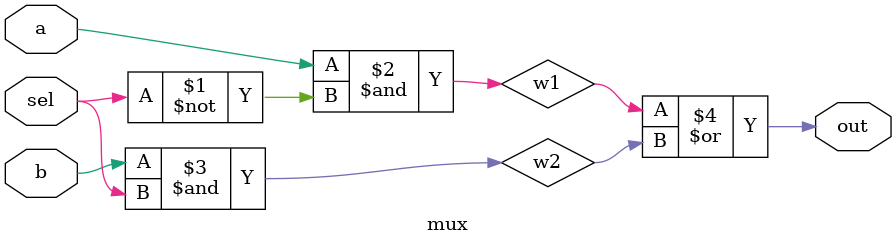
<source format=v>

`define dly_and 1
`define dly_or 2
module mux (out,a,b,sel);

input a, b, sel;
output out;
wire w1, w2;

and g1(w1, a, ~sel);
and g2(w2, b, sel);
or g3(out, w1, w2);



endmodule

</source>
